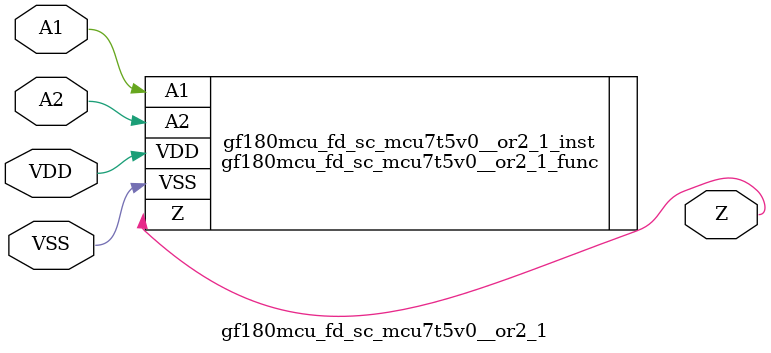
<source format=v>

module gf180mcu_fd_sc_mcu7t5v0__or2_1( A1, A2, Z, VDD, VSS );
input A1, A2;
inout VDD, VSS;
output Z;

   `ifdef FUNCTIONAL  //  functional //

	gf180mcu_fd_sc_mcu7t5v0__or2_1_func gf180mcu_fd_sc_mcu7t5v0__or2_1_behav_inst(.A1(A1),.A2(A2),.Z(Z),.VDD(VDD),.VSS(VSS));

   `else

	gf180mcu_fd_sc_mcu7t5v0__or2_1_func gf180mcu_fd_sc_mcu7t5v0__or2_1_inst(.A1(A1),.A2(A2),.Z(Z),.VDD(VDD),.VSS(VSS));

	// spec_gates_begin


	// spec_gates_end



   specify

	// specify_block_begin

	// comb arc A1 --> Z
	 (A1 => Z) = (1.0,1.0);

	// comb arc A2 --> Z
	 (A2 => Z) = (1.0,1.0);

	// specify_block_end

   endspecify

   `endif

endmodule

</source>
